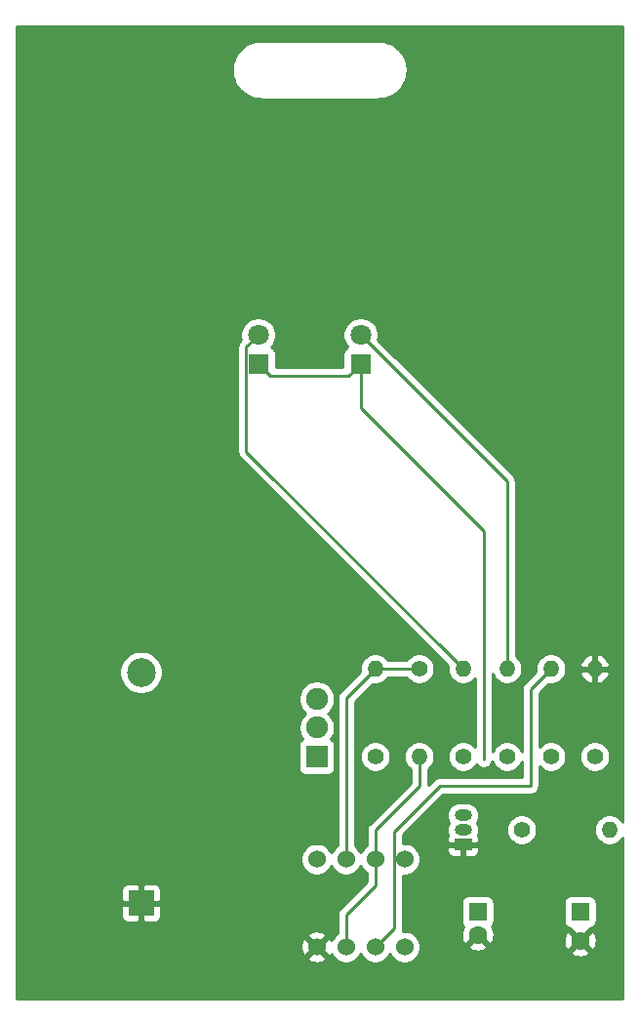
<source format=gbl>
%TF.GenerationSoftware,KiCad,Pcbnew,5.1.10-88a1d61d58~90~ubuntu20.04.1*%
%TF.CreationDate,2021-11-21T06:34:40+05:30*%
%TF.ProjectId,555_badge,3535355f-6261-4646-9765-2e6b69636164,rev?*%
%TF.SameCoordinates,Original*%
%TF.FileFunction,Copper,L2,Bot*%
%TF.FilePolarity,Positive*%
%FSLAX46Y46*%
G04 Gerber Fmt 4.6, Leading zero omitted, Abs format (unit mm)*
G04 Created by KiCad (PCBNEW 5.1.10-88a1d61d58~90~ubuntu20.04.1) date 2021-11-21 06:34:40*
%MOMM*%
%LPD*%
G01*
G04 APERTURE LIST*
%TA.AperFunction,ComponentPad*%
%ADD10R,2.170000X2.170000*%
%TD*%
%TA.AperFunction,ComponentPad*%
%ADD11C,2.500000*%
%TD*%
%TA.AperFunction,ComponentPad*%
%ADD12C,1.600000*%
%TD*%
%TA.AperFunction,ComponentPad*%
%ADD13R,1.600000X1.600000*%
%TD*%
%TA.AperFunction,ComponentPad*%
%ADD14R,1.800000X1.800000*%
%TD*%
%TA.AperFunction,ComponentPad*%
%ADD15C,1.800000*%
%TD*%
%TA.AperFunction,ComponentPad*%
%ADD16O,1.500000X1.000000*%
%TD*%
%TA.AperFunction,ComponentPad*%
%ADD17R,1.500000X1.000000*%
%TD*%
%TA.AperFunction,ComponentPad*%
%ADD18C,1.400000*%
%TD*%
%TA.AperFunction,ComponentPad*%
%ADD19O,1.400000X1.400000*%
%TD*%
%TA.AperFunction,ComponentPad*%
%ADD20R,1.900000X1.900000*%
%TD*%
%TA.AperFunction,ComponentPad*%
%ADD21C,1.900000*%
%TD*%
%TA.AperFunction,ComponentPad*%
%ADD22C,1.524000*%
%TD*%
%TA.AperFunction,ViaPad*%
%ADD23C,0.019355*%
%TD*%
%TA.AperFunction,Conductor*%
%ADD24C,0.254000*%
%TD*%
%TA.AperFunction,Conductor*%
%ADD25C,0.100000*%
%TD*%
G04 APERTURE END LIST*
D10*
%TO.P,BAT1,Neg*%
%TO.N,GND*%
X138430000Y-118110000D03*
D11*
%TO.P,BAT1,Pos*%
%TO.N,Net-(BAT1-PadPos)*%
X138430000Y-98110000D03*
%TD*%
D12*
%TO.P,C1,2*%
%TO.N,GND*%
X167640000Y-120872000D03*
D13*
%TO.P,C1,1*%
%TO.N,Net-(C1-Pad1)*%
X167640000Y-118872000D03*
%TD*%
D12*
%TO.P,C2,2*%
%TO.N,GND*%
X176530000Y-121372000D03*
D13*
%TO.P,C2,1*%
%TO.N,Net-(C2-Pad1)*%
X176530000Y-118872000D03*
%TD*%
D14*
%TO.P,D1,1*%
%TO.N,Net-(D1-Pad1)*%
X157480000Y-71374000D03*
D15*
%TO.P,D1,2*%
%TO.N,Net-(D1-Pad2)*%
X157480000Y-68834000D03*
%TD*%
%TO.P,D2,2*%
%TO.N,Net-(D2-Pad2)*%
X148590000Y-68834000D03*
D14*
%TO.P,D2,1*%
%TO.N,Net-(D1-Pad1)*%
X148590000Y-71374000D03*
%TD*%
D16*
%TO.P,Q1,2*%
%TO.N,Net-(Q1-Pad2)*%
X166370000Y-111760000D03*
%TO.P,Q1,3*%
%TO.N,Net-(D1-Pad1)*%
X166370000Y-110490000D03*
D17*
%TO.P,Q1,1*%
%TO.N,GND*%
X166370000Y-113030000D03*
%TD*%
D18*
%TO.P,R1,1*%
%TO.N,VCC*%
X158750000Y-105410000D03*
D19*
%TO.P,R1,2*%
%TO.N,Net-(R1-Pad2)*%
X158750000Y-97790000D03*
%TD*%
D18*
%TO.P,R2,1*%
%TO.N,Net-(R1-Pad2)*%
X162560000Y-97790000D03*
D19*
%TO.P,R2,2*%
%TO.N,Net-(C1-Pad1)*%
X162560000Y-105410000D03*
%TD*%
%TO.P,R3,2*%
%TO.N,Net-(R3-Pad2)*%
X173990000Y-97790000D03*
D18*
%TO.P,R3,1*%
%TO.N,Net-(C2-Pad1)*%
X173990000Y-105410000D03*
%TD*%
D19*
%TO.P,R4,2*%
%TO.N,GND*%
X177800000Y-97790000D03*
D18*
%TO.P,R4,1*%
%TO.N,Net-(C2-Pad1)*%
X177800000Y-105410000D03*
%TD*%
%TO.P,R5,1*%
%TO.N,Net-(Q1-Pad2)*%
X171450000Y-111760000D03*
D19*
%TO.P,R5,2*%
%TO.N,Net-(C2-Pad1)*%
X179070000Y-111760000D03*
%TD*%
%TO.P,R6,2*%
%TO.N,Net-(D1-Pad2)*%
X170180000Y-97790000D03*
D18*
%TO.P,R6,1*%
%TO.N,VCC*%
X170180000Y-105410000D03*
%TD*%
%TO.P,R7,1*%
%TO.N,VCC*%
X166370000Y-105410000D03*
D19*
%TO.P,R7,2*%
%TO.N,Net-(D2-Pad2)*%
X166370000Y-97790000D03*
%TD*%
D20*
%TO.P,S1,1*%
%TO.N,Net-(S1-Pad1)*%
X153670000Y-105410000D03*
D21*
%TO.P,S1,2*%
%TO.N,VCC*%
X153670000Y-102910000D03*
%TO.P,S1,3*%
%TO.N,Net-(BAT1-PadPos)*%
X153670000Y-100410000D03*
%TD*%
D22*
%TO.P,U1,8*%
%TO.N,VCC*%
X153670000Y-114300000D03*
%TO.P,U1,7*%
%TO.N,Net-(R1-Pad2)*%
X156210000Y-114300000D03*
%TO.P,U1,6*%
%TO.N,Net-(C1-Pad1)*%
X158750000Y-114300000D03*
%TO.P,U1,5*%
%TO.N,Net-(U1-Pad5)*%
X161290000Y-114300000D03*
%TO.P,U1,4*%
%TO.N,VCC*%
X161290000Y-121920000D03*
%TO.P,U1,3*%
%TO.N,Net-(R3-Pad2)*%
X158750000Y-121920000D03*
%TO.P,U1,2*%
%TO.N,Net-(C1-Pad1)*%
X156210000Y-121920000D03*
%TO.P,U1,1*%
%TO.N,GND*%
X153670000Y-121920000D03*
%TD*%
D23*
%TO.N,Net-(D1-Pad1)*%
X168148000Y-105664000D03*
%TD*%
D24*
%TO.N,Net-(C1-Pad1)*%
X156210000Y-121920000D02*
X156210000Y-119126000D01*
X158750000Y-116586000D02*
X158750000Y-114300000D01*
X156210000Y-119126000D02*
X158750000Y-116586000D01*
X162560000Y-107986489D02*
X162560000Y-105410000D01*
X158750000Y-111796489D02*
X162560000Y-107986489D01*
X158750000Y-114300000D02*
X158750000Y-111796489D01*
%TO.N,Net-(D1-Pad1)*%
X168148000Y-105664000D02*
X168148000Y-85852000D01*
X157480000Y-75184000D02*
X157480000Y-71374000D01*
X168148000Y-85852000D02*
X157480000Y-75184000D01*
X149623453Y-72407453D02*
X148590000Y-71374000D01*
X156446547Y-72407453D02*
X149623453Y-72407453D01*
X157480000Y-71374000D02*
X156446547Y-72407453D01*
%TO.N,Net-(D1-Pad2)*%
X170180000Y-81534000D02*
X170180000Y-97790000D01*
X157480000Y-68834000D02*
X170180000Y-81534000D01*
%TO.N,Net-(D2-Pad2)*%
X147556547Y-78976547D02*
X166370000Y-97790000D01*
X147556547Y-69867453D02*
X147556547Y-78976547D01*
X148590000Y-68834000D02*
X147556547Y-69867453D01*
%TO.N,Net-(R1-Pad2)*%
X156210000Y-100330000D02*
X158750000Y-97790000D01*
X156210000Y-114300000D02*
X156210000Y-100330000D01*
X162560000Y-97790000D02*
X158750000Y-97790000D01*
%TO.N,Net-(R3-Pad2)*%
X172212000Y-99568000D02*
X173990000Y-97790000D01*
X160394547Y-111893453D02*
X164338000Y-107950000D01*
X164338000Y-107950000D02*
X172212000Y-107950000D01*
X160394547Y-120275453D02*
X160394547Y-111893453D01*
X172212000Y-107950000D02*
X172212000Y-99568000D01*
X158750000Y-121920000D02*
X160394547Y-120275453D01*
%TD*%
%TO.N,GND*%
X180212679Y-111067204D02*
X180106962Y-110908987D01*
X179921013Y-110723038D01*
X179702359Y-110576939D01*
X179459405Y-110476304D01*
X179201486Y-110425000D01*
X178938514Y-110425000D01*
X178680595Y-110476304D01*
X178437641Y-110576939D01*
X178218987Y-110723038D01*
X178033038Y-110908987D01*
X177886939Y-111127641D01*
X177786304Y-111370595D01*
X177735000Y-111628514D01*
X177735000Y-111891486D01*
X177786304Y-112149405D01*
X177886939Y-112392359D01*
X178033038Y-112611013D01*
X178218987Y-112796962D01*
X178437641Y-112943061D01*
X178680595Y-113043696D01*
X178938514Y-113095000D01*
X179201486Y-113095000D01*
X179459405Y-113043696D01*
X179702359Y-112943061D01*
X179921013Y-112796962D01*
X180106962Y-112611013D01*
X180212679Y-112452796D01*
X180212679Y-126364678D01*
X127635322Y-126364678D01*
X127635322Y-122885565D01*
X152884040Y-122885565D01*
X152951020Y-123125656D01*
X153200048Y-123242756D01*
X153467135Y-123309023D01*
X153742017Y-123321910D01*
X154014133Y-123280922D01*
X154273023Y-123187636D01*
X154388980Y-123125656D01*
X154455960Y-122885565D01*
X153670000Y-122099605D01*
X152884040Y-122885565D01*
X127635322Y-122885565D01*
X127635322Y-121992017D01*
X152268090Y-121992017D01*
X152309078Y-122264133D01*
X152402364Y-122523023D01*
X152464344Y-122638980D01*
X152704435Y-122705960D01*
X153490395Y-121920000D01*
X152704435Y-121134040D01*
X152464344Y-121201020D01*
X152347244Y-121450048D01*
X152280977Y-121717135D01*
X152268090Y-121992017D01*
X127635322Y-121992017D01*
X127635322Y-120954435D01*
X152884040Y-120954435D01*
X153670000Y-121740395D01*
X154455960Y-120954435D01*
X154388980Y-120714344D01*
X154139952Y-120597244D01*
X153872865Y-120530977D01*
X153597983Y-120518090D01*
X153325867Y-120559078D01*
X153066977Y-120652364D01*
X152951020Y-120714344D01*
X152884040Y-120954435D01*
X127635322Y-120954435D01*
X127635322Y-119195000D01*
X136706928Y-119195000D01*
X136719188Y-119319482D01*
X136755498Y-119439180D01*
X136814463Y-119549494D01*
X136893815Y-119646185D01*
X136990506Y-119725537D01*
X137100820Y-119784502D01*
X137220518Y-119820812D01*
X137345000Y-119833072D01*
X138144250Y-119830000D01*
X138303000Y-119671250D01*
X138303000Y-118237000D01*
X138557000Y-118237000D01*
X138557000Y-119671250D01*
X138715750Y-119830000D01*
X139515000Y-119833072D01*
X139639482Y-119820812D01*
X139759180Y-119784502D01*
X139869494Y-119725537D01*
X139966185Y-119646185D01*
X140045537Y-119549494D01*
X140104502Y-119439180D01*
X140140812Y-119319482D01*
X140153072Y-119195000D01*
X140150000Y-118395750D01*
X139991250Y-118237000D01*
X138557000Y-118237000D01*
X138303000Y-118237000D01*
X136868750Y-118237000D01*
X136710000Y-118395750D01*
X136706928Y-119195000D01*
X127635322Y-119195000D01*
X127635322Y-117025000D01*
X136706928Y-117025000D01*
X136710000Y-117824250D01*
X136868750Y-117983000D01*
X138303000Y-117983000D01*
X138303000Y-116548750D01*
X138557000Y-116548750D01*
X138557000Y-117983000D01*
X139991250Y-117983000D01*
X140150000Y-117824250D01*
X140153072Y-117025000D01*
X140140812Y-116900518D01*
X140104502Y-116780820D01*
X140045537Y-116670506D01*
X139966185Y-116573815D01*
X139869494Y-116494463D01*
X139759180Y-116435498D01*
X139639482Y-116399188D01*
X139515000Y-116386928D01*
X138715750Y-116390000D01*
X138557000Y-116548750D01*
X138303000Y-116548750D01*
X138144250Y-116390000D01*
X137345000Y-116386928D01*
X137220518Y-116399188D01*
X137100820Y-116435498D01*
X136990506Y-116494463D01*
X136893815Y-116573815D01*
X136814463Y-116670506D01*
X136755498Y-116780820D01*
X136719188Y-116900518D01*
X136706928Y-117025000D01*
X127635322Y-117025000D01*
X127635322Y-104460000D01*
X152081928Y-104460000D01*
X152081928Y-106360000D01*
X152094188Y-106484482D01*
X152130498Y-106604180D01*
X152189463Y-106714494D01*
X152268815Y-106811185D01*
X152365506Y-106890537D01*
X152475820Y-106949502D01*
X152595518Y-106985812D01*
X152720000Y-106998072D01*
X154620000Y-106998072D01*
X154744482Y-106985812D01*
X154864180Y-106949502D01*
X154974494Y-106890537D01*
X155071185Y-106811185D01*
X155150537Y-106714494D01*
X155209502Y-106604180D01*
X155245812Y-106484482D01*
X155258072Y-106360000D01*
X155258072Y-104460000D01*
X155245812Y-104335518D01*
X155209502Y-104215820D01*
X155150537Y-104105506D01*
X155071185Y-104008815D01*
X154974494Y-103929463D01*
X154915979Y-103898186D01*
X155074609Y-103660779D01*
X155194089Y-103372327D01*
X155255000Y-103066109D01*
X155255000Y-102753891D01*
X155194089Y-102447673D01*
X155074609Y-102159221D01*
X154901150Y-101899621D01*
X154680379Y-101678850D01*
X154652168Y-101660000D01*
X154680379Y-101641150D01*
X154901150Y-101420379D01*
X155074609Y-101160779D01*
X155194089Y-100872327D01*
X155255000Y-100566109D01*
X155255000Y-100253891D01*
X155194089Y-99947673D01*
X155074609Y-99659221D01*
X154901150Y-99399621D01*
X154680379Y-99178850D01*
X154420779Y-99005391D01*
X154132327Y-98885911D01*
X153826109Y-98825000D01*
X153513891Y-98825000D01*
X153207673Y-98885911D01*
X152919221Y-99005391D01*
X152659621Y-99178850D01*
X152438850Y-99399621D01*
X152265391Y-99659221D01*
X152145911Y-99947673D01*
X152085000Y-100253891D01*
X152085000Y-100566109D01*
X152145911Y-100872327D01*
X152265391Y-101160779D01*
X152438850Y-101420379D01*
X152659621Y-101641150D01*
X152687832Y-101660000D01*
X152659621Y-101678850D01*
X152438850Y-101899621D01*
X152265391Y-102159221D01*
X152145911Y-102447673D01*
X152085000Y-102753891D01*
X152085000Y-103066109D01*
X152145911Y-103372327D01*
X152265391Y-103660779D01*
X152424021Y-103898186D01*
X152365506Y-103929463D01*
X152268815Y-104008815D01*
X152189463Y-104105506D01*
X152130498Y-104215820D01*
X152094188Y-104335518D01*
X152081928Y-104460000D01*
X127635322Y-104460000D01*
X127635322Y-97924344D01*
X136545000Y-97924344D01*
X136545000Y-98295656D01*
X136617439Y-98659834D01*
X136759534Y-99002882D01*
X136965825Y-99311618D01*
X137228382Y-99574175D01*
X137537118Y-99780466D01*
X137880166Y-99922561D01*
X138244344Y-99995000D01*
X138615656Y-99995000D01*
X138979834Y-99922561D01*
X139322882Y-99780466D01*
X139631618Y-99574175D01*
X139894175Y-99311618D01*
X140100466Y-99002882D01*
X140242561Y-98659834D01*
X140315000Y-98295656D01*
X140315000Y-97924344D01*
X140242561Y-97560166D01*
X140100466Y-97217118D01*
X139894175Y-96908382D01*
X139631618Y-96645825D01*
X139322882Y-96439534D01*
X138979834Y-96297439D01*
X138615656Y-96225000D01*
X138244344Y-96225000D01*
X137880166Y-96297439D01*
X137537118Y-96439534D01*
X137228382Y-96645825D01*
X136965825Y-96908382D01*
X136759534Y-97217118D01*
X136617439Y-97560166D01*
X136545000Y-97924344D01*
X127635322Y-97924344D01*
X127635322Y-69867453D01*
X146790861Y-69867453D01*
X146794547Y-69904876D01*
X146794548Y-78939114D01*
X146790861Y-78976547D01*
X146805574Y-79125925D01*
X146849146Y-79269562D01*
X146919902Y-79401939D01*
X146991268Y-79488898D01*
X147015126Y-79517969D01*
X147044196Y-79541826D01*
X165055886Y-97553517D01*
X165035000Y-97658514D01*
X165035000Y-97921486D01*
X165086304Y-98179405D01*
X165186939Y-98422359D01*
X165333038Y-98641013D01*
X165518987Y-98826962D01*
X165737641Y-98973061D01*
X165980595Y-99073696D01*
X166238514Y-99125000D01*
X166501486Y-99125000D01*
X166759405Y-99073696D01*
X167002359Y-98973061D01*
X167221013Y-98826962D01*
X167386000Y-98661975D01*
X167386000Y-104538025D01*
X167221013Y-104373038D01*
X167002359Y-104226939D01*
X166759405Y-104126304D01*
X166501486Y-104075000D01*
X166238514Y-104075000D01*
X165980595Y-104126304D01*
X165737641Y-104226939D01*
X165518987Y-104373038D01*
X165333038Y-104558987D01*
X165186939Y-104777641D01*
X165086304Y-105020595D01*
X165035000Y-105278514D01*
X165035000Y-105541486D01*
X165086304Y-105799405D01*
X165186939Y-106042359D01*
X165333038Y-106261013D01*
X165518987Y-106446962D01*
X165737641Y-106593061D01*
X165980595Y-106693696D01*
X166238514Y-106745000D01*
X166501486Y-106745000D01*
X166759405Y-106693696D01*
X167002359Y-106593061D01*
X167221013Y-106446962D01*
X167406962Y-106261013D01*
X167517022Y-106096296D01*
X167606578Y-106205422D01*
X167722608Y-106300645D01*
X167854985Y-106371402D01*
X167998622Y-106414974D01*
X168148000Y-106429686D01*
X168297377Y-106414974D01*
X168441014Y-106371402D01*
X168573391Y-106300645D01*
X168689422Y-106205422D01*
X168784645Y-106089392D01*
X168855402Y-105957015D01*
X168898974Y-105813378D01*
X168899573Y-105807297D01*
X168996939Y-106042359D01*
X169143038Y-106261013D01*
X169328987Y-106446962D01*
X169547641Y-106593061D01*
X169790595Y-106693696D01*
X170048514Y-106745000D01*
X170311486Y-106745000D01*
X170569405Y-106693696D01*
X170812359Y-106593061D01*
X171031013Y-106446962D01*
X171216962Y-106261013D01*
X171363061Y-106042359D01*
X171450000Y-105832469D01*
X171450000Y-107188000D01*
X164375423Y-107188000D01*
X164338000Y-107184314D01*
X164300577Y-107188000D01*
X164300574Y-107188000D01*
X164188622Y-107199026D01*
X164044985Y-107242598D01*
X163983364Y-107275535D01*
X163912607Y-107313355D01*
X163870219Y-107348143D01*
X163796578Y-107408578D01*
X163772716Y-107437654D01*
X163322000Y-107888370D01*
X163322000Y-106506438D01*
X163411013Y-106446962D01*
X163596962Y-106261013D01*
X163743061Y-106042359D01*
X163843696Y-105799405D01*
X163895000Y-105541486D01*
X163895000Y-105278514D01*
X163843696Y-105020595D01*
X163743061Y-104777641D01*
X163596962Y-104558987D01*
X163411013Y-104373038D01*
X163192359Y-104226939D01*
X162949405Y-104126304D01*
X162691486Y-104075000D01*
X162428514Y-104075000D01*
X162170595Y-104126304D01*
X161927641Y-104226939D01*
X161708987Y-104373038D01*
X161523038Y-104558987D01*
X161376939Y-104777641D01*
X161276304Y-105020595D01*
X161225000Y-105278514D01*
X161225000Y-105541486D01*
X161276304Y-105799405D01*
X161376939Y-106042359D01*
X161523038Y-106261013D01*
X161708987Y-106446962D01*
X161798001Y-106506439D01*
X161798000Y-107670859D01*
X158237649Y-111231210D01*
X158208579Y-111255067D01*
X158184722Y-111284137D01*
X158184721Y-111284138D01*
X158113355Y-111371097D01*
X158042599Y-111503474D01*
X157999027Y-111647111D01*
X157984314Y-111796489D01*
X157988001Y-111833922D01*
X157988000Y-113128995D01*
X157859465Y-113214880D01*
X157664880Y-113409465D01*
X157511995Y-113638273D01*
X157480000Y-113715515D01*
X157448005Y-113638273D01*
X157295120Y-113409465D01*
X157100535Y-113214880D01*
X156972000Y-113128995D01*
X156972000Y-105278514D01*
X157415000Y-105278514D01*
X157415000Y-105541486D01*
X157466304Y-105799405D01*
X157566939Y-106042359D01*
X157713038Y-106261013D01*
X157898987Y-106446962D01*
X158117641Y-106593061D01*
X158360595Y-106693696D01*
X158618514Y-106745000D01*
X158881486Y-106745000D01*
X159139405Y-106693696D01*
X159382359Y-106593061D01*
X159601013Y-106446962D01*
X159786962Y-106261013D01*
X159933061Y-106042359D01*
X160033696Y-105799405D01*
X160085000Y-105541486D01*
X160085000Y-105278514D01*
X160033696Y-105020595D01*
X159933061Y-104777641D01*
X159786962Y-104558987D01*
X159601013Y-104373038D01*
X159382359Y-104226939D01*
X159139405Y-104126304D01*
X158881486Y-104075000D01*
X158618514Y-104075000D01*
X158360595Y-104126304D01*
X158117641Y-104226939D01*
X157898987Y-104373038D01*
X157713038Y-104558987D01*
X157566939Y-104777641D01*
X157466304Y-105020595D01*
X157415000Y-105278514D01*
X156972000Y-105278514D01*
X156972000Y-100645630D01*
X158513516Y-99104114D01*
X158618514Y-99125000D01*
X158881486Y-99125000D01*
X159139405Y-99073696D01*
X159382359Y-98973061D01*
X159601013Y-98826962D01*
X159786962Y-98641013D01*
X159846438Y-98552000D01*
X161463562Y-98552000D01*
X161523038Y-98641013D01*
X161708987Y-98826962D01*
X161927641Y-98973061D01*
X162170595Y-99073696D01*
X162428514Y-99125000D01*
X162691486Y-99125000D01*
X162949405Y-99073696D01*
X163192359Y-98973061D01*
X163411013Y-98826962D01*
X163596962Y-98641013D01*
X163743061Y-98422359D01*
X163843696Y-98179405D01*
X163895000Y-97921486D01*
X163895000Y-97658514D01*
X163843696Y-97400595D01*
X163743061Y-97157641D01*
X163596962Y-96938987D01*
X163411013Y-96753038D01*
X163192359Y-96606939D01*
X162949405Y-96506304D01*
X162691486Y-96455000D01*
X162428514Y-96455000D01*
X162170595Y-96506304D01*
X161927641Y-96606939D01*
X161708987Y-96753038D01*
X161523038Y-96938987D01*
X161463562Y-97028000D01*
X159846438Y-97028000D01*
X159786962Y-96938987D01*
X159601013Y-96753038D01*
X159382359Y-96606939D01*
X159139405Y-96506304D01*
X158881486Y-96455000D01*
X158618514Y-96455000D01*
X158360595Y-96506304D01*
X158117641Y-96606939D01*
X157898987Y-96753038D01*
X157713038Y-96938987D01*
X157566939Y-97157641D01*
X157466304Y-97400595D01*
X157415000Y-97658514D01*
X157415000Y-97921486D01*
X157435886Y-98026484D01*
X155697649Y-99764721D01*
X155668579Y-99788578D01*
X155644722Y-99817648D01*
X155644721Y-99817649D01*
X155573355Y-99904608D01*
X155502599Y-100036985D01*
X155459027Y-100180622D01*
X155444314Y-100330000D01*
X155448001Y-100367433D01*
X155448000Y-113128995D01*
X155319465Y-113214880D01*
X155124880Y-113409465D01*
X154971995Y-113638273D01*
X154940000Y-113715515D01*
X154908005Y-113638273D01*
X154755120Y-113409465D01*
X154560535Y-113214880D01*
X154331727Y-113061995D01*
X154077490Y-112956686D01*
X153807592Y-112903000D01*
X153532408Y-112903000D01*
X153262510Y-112956686D01*
X153008273Y-113061995D01*
X152779465Y-113214880D01*
X152584880Y-113409465D01*
X152431995Y-113638273D01*
X152326686Y-113892510D01*
X152273000Y-114162408D01*
X152273000Y-114437592D01*
X152326686Y-114707490D01*
X152431995Y-114961727D01*
X152584880Y-115190535D01*
X152779465Y-115385120D01*
X153008273Y-115538005D01*
X153262510Y-115643314D01*
X153532408Y-115697000D01*
X153807592Y-115697000D01*
X154077490Y-115643314D01*
X154331727Y-115538005D01*
X154560535Y-115385120D01*
X154755120Y-115190535D01*
X154908005Y-114961727D01*
X154940000Y-114884485D01*
X154971995Y-114961727D01*
X155124880Y-115190535D01*
X155319465Y-115385120D01*
X155548273Y-115538005D01*
X155802510Y-115643314D01*
X156072408Y-115697000D01*
X156347592Y-115697000D01*
X156617490Y-115643314D01*
X156871727Y-115538005D01*
X157100535Y-115385120D01*
X157295120Y-115190535D01*
X157448005Y-114961727D01*
X157480000Y-114884485D01*
X157511995Y-114961727D01*
X157664880Y-115190535D01*
X157859465Y-115385120D01*
X157988000Y-115471005D01*
X157988000Y-116270369D01*
X155697649Y-118560721D01*
X155668579Y-118584578D01*
X155644722Y-118613648D01*
X155644721Y-118613649D01*
X155573355Y-118700608D01*
X155502599Y-118832985D01*
X155459027Y-118976622D01*
X155444314Y-119126000D01*
X155448001Y-119163433D01*
X155448000Y-120748995D01*
X155319465Y-120834880D01*
X155124880Y-121029465D01*
X154971995Y-121258273D01*
X154942308Y-121329943D01*
X154937636Y-121316977D01*
X154875656Y-121201020D01*
X154635565Y-121134040D01*
X153849605Y-121920000D01*
X154635565Y-122705960D01*
X154875656Y-122638980D01*
X154939485Y-122503240D01*
X154971995Y-122581727D01*
X155124880Y-122810535D01*
X155319465Y-123005120D01*
X155548273Y-123158005D01*
X155802510Y-123263314D01*
X156072408Y-123317000D01*
X156347592Y-123317000D01*
X156617490Y-123263314D01*
X156871727Y-123158005D01*
X157100535Y-123005120D01*
X157295120Y-122810535D01*
X157448005Y-122581727D01*
X157480000Y-122504485D01*
X157511995Y-122581727D01*
X157664880Y-122810535D01*
X157859465Y-123005120D01*
X158088273Y-123158005D01*
X158342510Y-123263314D01*
X158612408Y-123317000D01*
X158887592Y-123317000D01*
X159157490Y-123263314D01*
X159411727Y-123158005D01*
X159640535Y-123005120D01*
X159835120Y-122810535D01*
X159988005Y-122581727D01*
X160020000Y-122504485D01*
X160051995Y-122581727D01*
X160204880Y-122810535D01*
X160399465Y-123005120D01*
X160628273Y-123158005D01*
X160882510Y-123263314D01*
X161152408Y-123317000D01*
X161427592Y-123317000D01*
X161697490Y-123263314D01*
X161951727Y-123158005D01*
X162180535Y-123005120D01*
X162375120Y-122810535D01*
X162528005Y-122581727D01*
X162617900Y-122364702D01*
X175716903Y-122364702D01*
X175788486Y-122608671D01*
X176043996Y-122729571D01*
X176318184Y-122798300D01*
X176600512Y-122812217D01*
X176880130Y-122770787D01*
X177146292Y-122675603D01*
X177271514Y-122608671D01*
X177343097Y-122364702D01*
X176530000Y-121551605D01*
X175716903Y-122364702D01*
X162617900Y-122364702D01*
X162633314Y-122327490D01*
X162687000Y-122057592D01*
X162687000Y-121864702D01*
X166826903Y-121864702D01*
X166898486Y-122108671D01*
X167153996Y-122229571D01*
X167428184Y-122298300D01*
X167710512Y-122312217D01*
X167990130Y-122270787D01*
X168256292Y-122175603D01*
X168381514Y-122108671D01*
X168453097Y-121864702D01*
X167640000Y-121051605D01*
X166826903Y-121864702D01*
X162687000Y-121864702D01*
X162687000Y-121782408D01*
X162633314Y-121512510D01*
X162528005Y-121258273D01*
X162375120Y-121029465D01*
X162288167Y-120942512D01*
X166199783Y-120942512D01*
X166241213Y-121222130D01*
X166336397Y-121488292D01*
X166403329Y-121613514D01*
X166647298Y-121685097D01*
X167460395Y-120872000D01*
X167446253Y-120857858D01*
X167625858Y-120678253D01*
X167640000Y-120692395D01*
X167654143Y-120678253D01*
X167833748Y-120857858D01*
X167819605Y-120872000D01*
X168632702Y-121685097D01*
X168876671Y-121613514D01*
X168957584Y-121442512D01*
X175089783Y-121442512D01*
X175131213Y-121722130D01*
X175226397Y-121988292D01*
X175293329Y-122113514D01*
X175537298Y-122185097D01*
X176350395Y-121372000D01*
X176709605Y-121372000D01*
X177522702Y-122185097D01*
X177766671Y-122113514D01*
X177887571Y-121858004D01*
X177956300Y-121583816D01*
X177970217Y-121301488D01*
X177928787Y-121021870D01*
X177833603Y-120755708D01*
X177766671Y-120630486D01*
X177522702Y-120558903D01*
X176709605Y-121372000D01*
X176350395Y-121372000D01*
X175537298Y-120558903D01*
X175293329Y-120630486D01*
X175172429Y-120885996D01*
X175103700Y-121160184D01*
X175089783Y-121442512D01*
X168957584Y-121442512D01*
X168997571Y-121358004D01*
X169066300Y-121083816D01*
X169080217Y-120801488D01*
X169038787Y-120521870D01*
X168943603Y-120255708D01*
X168878384Y-120133691D01*
X168891185Y-120123185D01*
X168970537Y-120026494D01*
X169029502Y-119916180D01*
X169065812Y-119796482D01*
X169078072Y-119672000D01*
X169078072Y-118072000D01*
X175091928Y-118072000D01*
X175091928Y-119672000D01*
X175104188Y-119796482D01*
X175140498Y-119916180D01*
X175199463Y-120026494D01*
X175278815Y-120123185D01*
X175375506Y-120202537D01*
X175485820Y-120261502D01*
X175605518Y-120297812D01*
X175730000Y-120310072D01*
X175737215Y-120310072D01*
X175716903Y-120379298D01*
X176530000Y-121192395D01*
X177343097Y-120379298D01*
X177322785Y-120310072D01*
X177330000Y-120310072D01*
X177454482Y-120297812D01*
X177574180Y-120261502D01*
X177684494Y-120202537D01*
X177781185Y-120123185D01*
X177860537Y-120026494D01*
X177919502Y-119916180D01*
X177955812Y-119796482D01*
X177968072Y-119672000D01*
X177968072Y-118072000D01*
X177955812Y-117947518D01*
X177919502Y-117827820D01*
X177860537Y-117717506D01*
X177781185Y-117620815D01*
X177684494Y-117541463D01*
X177574180Y-117482498D01*
X177454482Y-117446188D01*
X177330000Y-117433928D01*
X175730000Y-117433928D01*
X175605518Y-117446188D01*
X175485820Y-117482498D01*
X175375506Y-117541463D01*
X175278815Y-117620815D01*
X175199463Y-117717506D01*
X175140498Y-117827820D01*
X175104188Y-117947518D01*
X175091928Y-118072000D01*
X169078072Y-118072000D01*
X169065812Y-117947518D01*
X169029502Y-117827820D01*
X168970537Y-117717506D01*
X168891185Y-117620815D01*
X168794494Y-117541463D01*
X168684180Y-117482498D01*
X168564482Y-117446188D01*
X168440000Y-117433928D01*
X166840000Y-117433928D01*
X166715518Y-117446188D01*
X166595820Y-117482498D01*
X166485506Y-117541463D01*
X166388815Y-117620815D01*
X166309463Y-117717506D01*
X166250498Y-117827820D01*
X166214188Y-117947518D01*
X166201928Y-118072000D01*
X166201928Y-119672000D01*
X166214188Y-119796482D01*
X166250498Y-119916180D01*
X166309463Y-120026494D01*
X166388815Y-120123185D01*
X166401758Y-120133807D01*
X166282429Y-120385996D01*
X166213700Y-120660184D01*
X166199783Y-120942512D01*
X162288167Y-120942512D01*
X162180535Y-120834880D01*
X161951727Y-120681995D01*
X161697490Y-120576686D01*
X161427592Y-120523000D01*
X161152408Y-120523000D01*
X161113387Y-120530762D01*
X161145521Y-120424831D01*
X161156547Y-120312879D01*
X161156547Y-120312876D01*
X161160233Y-120275453D01*
X161156547Y-120238030D01*
X161156547Y-115697000D01*
X161427592Y-115697000D01*
X161697490Y-115643314D01*
X161951727Y-115538005D01*
X162180535Y-115385120D01*
X162375120Y-115190535D01*
X162528005Y-114961727D01*
X162633314Y-114707490D01*
X162687000Y-114437592D01*
X162687000Y-114162408D01*
X162633314Y-113892510D01*
X162528005Y-113638273D01*
X162455660Y-113530000D01*
X164981928Y-113530000D01*
X164994188Y-113654482D01*
X165030498Y-113774180D01*
X165089463Y-113884494D01*
X165168815Y-113981185D01*
X165265506Y-114060537D01*
X165375820Y-114119502D01*
X165495518Y-114155812D01*
X165620000Y-114168072D01*
X166084250Y-114165000D01*
X166243000Y-114006250D01*
X166243000Y-113157000D01*
X166497000Y-113157000D01*
X166497000Y-114006250D01*
X166655750Y-114165000D01*
X167120000Y-114168072D01*
X167244482Y-114155812D01*
X167364180Y-114119502D01*
X167474494Y-114060537D01*
X167571185Y-113981185D01*
X167650537Y-113884494D01*
X167709502Y-113774180D01*
X167745812Y-113654482D01*
X167758072Y-113530000D01*
X167755000Y-113315750D01*
X167596250Y-113157000D01*
X166497000Y-113157000D01*
X166243000Y-113157000D01*
X165143750Y-113157000D01*
X164985000Y-113315750D01*
X164981928Y-113530000D01*
X162455660Y-113530000D01*
X162375120Y-113409465D01*
X162180535Y-113214880D01*
X161951727Y-113061995D01*
X161697490Y-112956686D01*
X161427592Y-112903000D01*
X161156547Y-112903000D01*
X161156547Y-112209083D01*
X162875630Y-110490000D01*
X164979509Y-110490000D01*
X165001423Y-110712499D01*
X165066324Y-110926447D01*
X165171716Y-111123623D01*
X165172846Y-111125000D01*
X165171716Y-111126377D01*
X165066324Y-111323553D01*
X165001423Y-111537501D01*
X164979509Y-111760000D01*
X165001423Y-111982499D01*
X165066324Y-112196447D01*
X165072297Y-112207621D01*
X165030498Y-112285820D01*
X164994188Y-112405518D01*
X164981928Y-112530000D01*
X164985000Y-112744250D01*
X165143750Y-112903000D01*
X166243000Y-112903000D01*
X166243000Y-112895000D01*
X166497000Y-112895000D01*
X166497000Y-112903000D01*
X167596250Y-112903000D01*
X167755000Y-112744250D01*
X167758072Y-112530000D01*
X167745812Y-112405518D01*
X167709502Y-112285820D01*
X167667703Y-112207621D01*
X167673676Y-112196447D01*
X167738577Y-111982499D01*
X167760491Y-111760000D01*
X167747541Y-111628514D01*
X170115000Y-111628514D01*
X170115000Y-111891486D01*
X170166304Y-112149405D01*
X170266939Y-112392359D01*
X170413038Y-112611013D01*
X170598987Y-112796962D01*
X170817641Y-112943061D01*
X171060595Y-113043696D01*
X171318514Y-113095000D01*
X171581486Y-113095000D01*
X171839405Y-113043696D01*
X172082359Y-112943061D01*
X172301013Y-112796962D01*
X172486962Y-112611013D01*
X172633061Y-112392359D01*
X172733696Y-112149405D01*
X172785000Y-111891486D01*
X172785000Y-111628514D01*
X172733696Y-111370595D01*
X172633061Y-111127641D01*
X172486962Y-110908987D01*
X172301013Y-110723038D01*
X172082359Y-110576939D01*
X171839405Y-110476304D01*
X171581486Y-110425000D01*
X171318514Y-110425000D01*
X171060595Y-110476304D01*
X170817641Y-110576939D01*
X170598987Y-110723038D01*
X170413038Y-110908987D01*
X170266939Y-111127641D01*
X170166304Y-111370595D01*
X170115000Y-111628514D01*
X167747541Y-111628514D01*
X167738577Y-111537501D01*
X167673676Y-111323553D01*
X167568284Y-111126377D01*
X167567154Y-111125000D01*
X167568284Y-111123623D01*
X167673676Y-110926447D01*
X167738577Y-110712499D01*
X167760491Y-110490000D01*
X167738577Y-110267501D01*
X167673676Y-110053553D01*
X167568284Y-109856377D01*
X167426449Y-109683551D01*
X167253623Y-109541716D01*
X167056447Y-109436324D01*
X166842499Y-109371423D01*
X166675752Y-109355000D01*
X166064248Y-109355000D01*
X165897501Y-109371423D01*
X165683553Y-109436324D01*
X165486377Y-109541716D01*
X165313551Y-109683551D01*
X165171716Y-109856377D01*
X165066324Y-110053553D01*
X165001423Y-110267501D01*
X164979509Y-110490000D01*
X162875630Y-110490000D01*
X164653630Y-108712000D01*
X172174574Y-108712000D01*
X172212000Y-108715686D01*
X172249425Y-108712000D01*
X172249426Y-108712000D01*
X172361378Y-108700974D01*
X172505015Y-108657402D01*
X172637392Y-108586645D01*
X172753422Y-108491422D01*
X172848645Y-108375392D01*
X172919402Y-108243015D01*
X172962974Y-108099378D01*
X172977686Y-107950000D01*
X172974000Y-107912574D01*
X172974000Y-106281975D01*
X173138987Y-106446962D01*
X173357641Y-106593061D01*
X173600595Y-106693696D01*
X173858514Y-106745000D01*
X174121486Y-106745000D01*
X174379405Y-106693696D01*
X174622359Y-106593061D01*
X174841013Y-106446962D01*
X175026962Y-106261013D01*
X175173061Y-106042359D01*
X175273696Y-105799405D01*
X175325000Y-105541486D01*
X175325000Y-105278514D01*
X176465000Y-105278514D01*
X176465000Y-105541486D01*
X176516304Y-105799405D01*
X176616939Y-106042359D01*
X176763038Y-106261013D01*
X176948987Y-106446962D01*
X177167641Y-106593061D01*
X177410595Y-106693696D01*
X177668514Y-106745000D01*
X177931486Y-106745000D01*
X178189405Y-106693696D01*
X178432359Y-106593061D01*
X178651013Y-106446962D01*
X178836962Y-106261013D01*
X178983061Y-106042359D01*
X179083696Y-105799405D01*
X179135000Y-105541486D01*
X179135000Y-105278514D01*
X179083696Y-105020595D01*
X178983061Y-104777641D01*
X178836962Y-104558987D01*
X178651013Y-104373038D01*
X178432359Y-104226939D01*
X178189405Y-104126304D01*
X177931486Y-104075000D01*
X177668514Y-104075000D01*
X177410595Y-104126304D01*
X177167641Y-104226939D01*
X176948987Y-104373038D01*
X176763038Y-104558987D01*
X176616939Y-104777641D01*
X176516304Y-105020595D01*
X176465000Y-105278514D01*
X175325000Y-105278514D01*
X175273696Y-105020595D01*
X175173061Y-104777641D01*
X175026962Y-104558987D01*
X174841013Y-104373038D01*
X174622359Y-104226939D01*
X174379405Y-104126304D01*
X174121486Y-104075000D01*
X173858514Y-104075000D01*
X173600595Y-104126304D01*
X173357641Y-104226939D01*
X173138987Y-104373038D01*
X172974000Y-104538025D01*
X172974000Y-99883630D01*
X173753516Y-99104114D01*
X173858514Y-99125000D01*
X174121486Y-99125000D01*
X174379405Y-99073696D01*
X174622359Y-98973061D01*
X174841013Y-98826962D01*
X175026962Y-98641013D01*
X175173061Y-98422359D01*
X175273696Y-98179405D01*
X175284850Y-98123330D01*
X176507278Y-98123330D01*
X176597147Y-98369123D01*
X176733241Y-98592660D01*
X176910330Y-98785351D01*
X177121608Y-98939792D01*
X177358956Y-99050047D01*
X177466671Y-99082716D01*
X177673000Y-98959374D01*
X177673000Y-97917000D01*
X177927000Y-97917000D01*
X177927000Y-98959374D01*
X178133329Y-99082716D01*
X178241044Y-99050047D01*
X178478392Y-98939792D01*
X178689670Y-98785351D01*
X178866759Y-98592660D01*
X179002853Y-98369123D01*
X179092722Y-98123330D01*
X178970201Y-97917000D01*
X177927000Y-97917000D01*
X177673000Y-97917000D01*
X176629799Y-97917000D01*
X176507278Y-98123330D01*
X175284850Y-98123330D01*
X175325000Y-97921486D01*
X175325000Y-97658514D01*
X175284851Y-97456670D01*
X176507278Y-97456670D01*
X176629799Y-97663000D01*
X177673000Y-97663000D01*
X177673000Y-96620626D01*
X177927000Y-96620626D01*
X177927000Y-97663000D01*
X178970201Y-97663000D01*
X179092722Y-97456670D01*
X179002853Y-97210877D01*
X178866759Y-96987340D01*
X178689670Y-96794649D01*
X178478392Y-96640208D01*
X178241044Y-96529953D01*
X178133329Y-96497284D01*
X177927000Y-96620626D01*
X177673000Y-96620626D01*
X177466671Y-96497284D01*
X177358956Y-96529953D01*
X177121608Y-96640208D01*
X176910330Y-96794649D01*
X176733241Y-96987340D01*
X176597147Y-97210877D01*
X176507278Y-97456670D01*
X175284851Y-97456670D01*
X175273696Y-97400595D01*
X175173061Y-97157641D01*
X175026962Y-96938987D01*
X174841013Y-96753038D01*
X174622359Y-96606939D01*
X174379405Y-96506304D01*
X174121486Y-96455000D01*
X173858514Y-96455000D01*
X173600595Y-96506304D01*
X173357641Y-96606939D01*
X173138987Y-96753038D01*
X172953038Y-96938987D01*
X172806939Y-97157641D01*
X172706304Y-97400595D01*
X172655000Y-97658514D01*
X172655000Y-97921486D01*
X172675886Y-98026484D01*
X171699649Y-99002721D01*
X171670579Y-99026578D01*
X171646722Y-99055648D01*
X171646721Y-99055649D01*
X171575355Y-99142608D01*
X171504599Y-99274985D01*
X171461027Y-99418622D01*
X171446314Y-99568000D01*
X171450001Y-99605433D01*
X171450000Y-104987530D01*
X171363061Y-104777641D01*
X171216962Y-104558987D01*
X171031013Y-104373038D01*
X170812359Y-104226939D01*
X170569405Y-104126304D01*
X170311486Y-104075000D01*
X170048514Y-104075000D01*
X169790595Y-104126304D01*
X169547641Y-104226939D01*
X169328987Y-104373038D01*
X169143038Y-104558987D01*
X168996939Y-104777641D01*
X168910000Y-104987530D01*
X168910000Y-98212470D01*
X168996939Y-98422359D01*
X169143038Y-98641013D01*
X169328987Y-98826962D01*
X169547641Y-98973061D01*
X169790595Y-99073696D01*
X170048514Y-99125000D01*
X170311486Y-99125000D01*
X170569405Y-99073696D01*
X170812359Y-98973061D01*
X171031013Y-98826962D01*
X171216962Y-98641013D01*
X171363061Y-98422359D01*
X171463696Y-98179405D01*
X171515000Y-97921486D01*
X171515000Y-97658514D01*
X171463696Y-97400595D01*
X171363061Y-97157641D01*
X171216962Y-96938987D01*
X171031013Y-96753038D01*
X170942000Y-96693562D01*
X170942000Y-81571422D01*
X170945686Y-81533999D01*
X170942000Y-81496574D01*
X170930974Y-81384622D01*
X170887402Y-81240985D01*
X170816645Y-81108608D01*
X170721422Y-80992578D01*
X170692353Y-80968722D01*
X158964201Y-69240571D01*
X159015000Y-68985184D01*
X159015000Y-68682816D01*
X158956011Y-68386257D01*
X158840299Y-68106905D01*
X158672312Y-67855495D01*
X158458505Y-67641688D01*
X158207095Y-67473701D01*
X157927743Y-67357989D01*
X157631184Y-67299000D01*
X157328816Y-67299000D01*
X157032257Y-67357989D01*
X156752905Y-67473701D01*
X156501495Y-67641688D01*
X156287688Y-67855495D01*
X156119701Y-68106905D01*
X156003989Y-68386257D01*
X155945000Y-68682816D01*
X155945000Y-68985184D01*
X156003989Y-69281743D01*
X156119701Y-69561095D01*
X156287688Y-69812505D01*
X156354127Y-69878944D01*
X156335820Y-69884498D01*
X156225506Y-69943463D01*
X156128815Y-70022815D01*
X156049463Y-70119506D01*
X155990498Y-70229820D01*
X155954188Y-70349518D01*
X155941928Y-70474000D01*
X155941928Y-71645453D01*
X150128072Y-71645453D01*
X150128072Y-70474000D01*
X150115812Y-70349518D01*
X150079502Y-70229820D01*
X150020537Y-70119506D01*
X149941185Y-70022815D01*
X149844494Y-69943463D01*
X149734180Y-69884498D01*
X149715873Y-69878944D01*
X149782312Y-69812505D01*
X149950299Y-69561095D01*
X150066011Y-69281743D01*
X150125000Y-68985184D01*
X150125000Y-68682816D01*
X150066011Y-68386257D01*
X149950299Y-68106905D01*
X149782312Y-67855495D01*
X149568505Y-67641688D01*
X149317095Y-67473701D01*
X149037743Y-67357989D01*
X148741184Y-67299000D01*
X148438816Y-67299000D01*
X148142257Y-67357989D01*
X147862905Y-67473701D01*
X147611495Y-67641688D01*
X147397688Y-67855495D01*
X147229701Y-68106905D01*
X147113989Y-68386257D01*
X147055000Y-68682816D01*
X147055000Y-68985184D01*
X147105799Y-69240571D01*
X147044201Y-69302169D01*
X147015125Y-69326031D01*
X146959530Y-69393775D01*
X146919902Y-69442061D01*
X146882082Y-69512818D01*
X146849145Y-69574439D01*
X146805573Y-69718076D01*
X146796273Y-69812505D01*
X146790861Y-69867453D01*
X127635322Y-69867453D01*
X127635322Y-45802717D01*
X146306339Y-45802717D01*
X146306741Y-45860266D01*
X146306339Y-45917881D01*
X146307204Y-45926709D01*
X146346067Y-46296463D01*
X146357643Y-46352854D01*
X146368436Y-46409432D01*
X146371000Y-46417923D01*
X146480942Y-46773087D01*
X146503239Y-46826129D01*
X146524826Y-46879559D01*
X146528991Y-46887391D01*
X146705822Y-47214436D01*
X146738018Y-47262168D01*
X146769553Y-47310358D01*
X146775159Y-47317232D01*
X147012148Y-47603702D01*
X147053005Y-47644274D01*
X147093295Y-47685417D01*
X147100129Y-47691071D01*
X147388246Y-47926054D01*
X147436208Y-47957920D01*
X147483721Y-47990452D01*
X147491524Y-47994671D01*
X147819796Y-48169216D01*
X147872988Y-48191140D01*
X147925958Y-48213843D01*
X147934432Y-48216466D01*
X148290355Y-48323926D01*
X148346816Y-48335105D01*
X148403166Y-48347083D01*
X148411988Y-48348010D01*
X148782004Y-48384290D01*
X148782007Y-48384290D01*
X148812790Y-48387322D01*
X159035210Y-48387322D01*
X159067882Y-48384104D01*
X159092595Y-48384104D01*
X159101416Y-48383177D01*
X159470890Y-48341734D01*
X159527228Y-48329759D01*
X159583700Y-48318577D01*
X159592174Y-48315954D01*
X159946561Y-48203536D01*
X159999469Y-48180860D01*
X160052725Y-48158909D01*
X160060528Y-48154690D01*
X160386331Y-47975578D01*
X160433848Y-47943042D01*
X160481804Y-47911180D01*
X160488639Y-47905526D01*
X160773447Y-47666544D01*
X160813739Y-47625399D01*
X160854594Y-47584828D01*
X160860195Y-47577960D01*
X160860200Y-47577955D01*
X160860204Y-47577950D01*
X161093166Y-47288204D01*
X161124697Y-47240019D01*
X161156896Y-47192282D01*
X161161061Y-47184450D01*
X161333309Y-46854968D01*
X161354857Y-46801636D01*
X161377195Y-46748495D01*
X161379758Y-46740003D01*
X161484730Y-46383338D01*
X161495518Y-46326784D01*
X161507098Y-46270371D01*
X161507964Y-46261543D01*
X161541661Y-45891283D01*
X161541259Y-45833734D01*
X161541661Y-45776119D01*
X161540796Y-45767292D01*
X161501933Y-45397537D01*
X161490352Y-45341120D01*
X161479564Y-45284568D01*
X161477000Y-45276076D01*
X161367058Y-44920913D01*
X161344756Y-44867859D01*
X161323174Y-44814441D01*
X161319009Y-44806609D01*
X161319009Y-44806608D01*
X161319006Y-44806604D01*
X161142177Y-44479564D01*
X161109999Y-44431858D01*
X161078447Y-44383642D01*
X161072840Y-44376768D01*
X160835852Y-44090298D01*
X160794995Y-44049726D01*
X160754705Y-44008583D01*
X160747871Y-44002929D01*
X160459754Y-43767946D01*
X160411792Y-43736080D01*
X160364279Y-43703548D01*
X160356476Y-43699329D01*
X160028204Y-43524784D01*
X159974986Y-43502849D01*
X159922041Y-43480157D01*
X159913568Y-43477534D01*
X159557645Y-43370074D01*
X159501201Y-43358898D01*
X159444833Y-43346917D01*
X159436012Y-43345990D01*
X159065996Y-43309710D01*
X159065993Y-43309710D01*
X159035210Y-43306678D01*
X148812790Y-43306678D01*
X148780118Y-43309896D01*
X148755405Y-43309896D01*
X148746584Y-43310823D01*
X148377110Y-43352266D01*
X148320780Y-43364240D01*
X148264299Y-43375423D01*
X148255826Y-43378046D01*
X147901439Y-43490464D01*
X147848512Y-43513149D01*
X147795274Y-43535092D01*
X147787472Y-43539310D01*
X147461669Y-43718422D01*
X147414167Y-43750948D01*
X147366196Y-43782820D01*
X147359361Y-43788474D01*
X147074553Y-44027456D01*
X147034261Y-44068601D01*
X146993406Y-44109172D01*
X146987799Y-44116046D01*
X146754834Y-44405797D01*
X146723314Y-44453964D01*
X146691104Y-44501718D01*
X146686939Y-44509550D01*
X146514690Y-44839032D01*
X146493109Y-44892446D01*
X146470806Y-44945505D01*
X146468242Y-44953996D01*
X146363270Y-45310662D01*
X146352488Y-45367185D01*
X146340901Y-45423629D01*
X146340036Y-45432457D01*
X146306339Y-45802717D01*
X127635322Y-45802717D01*
X127635322Y-42037322D01*
X180212678Y-42037322D01*
X180212679Y-111067204D01*
%TA.AperFunction,Conductor*%
D25*
G36*
X180212679Y-111067204D02*
G01*
X180106962Y-110908987D01*
X179921013Y-110723038D01*
X179702359Y-110576939D01*
X179459405Y-110476304D01*
X179201486Y-110425000D01*
X178938514Y-110425000D01*
X178680595Y-110476304D01*
X178437641Y-110576939D01*
X178218987Y-110723038D01*
X178033038Y-110908987D01*
X177886939Y-111127641D01*
X177786304Y-111370595D01*
X177735000Y-111628514D01*
X177735000Y-111891486D01*
X177786304Y-112149405D01*
X177886939Y-112392359D01*
X178033038Y-112611013D01*
X178218987Y-112796962D01*
X178437641Y-112943061D01*
X178680595Y-113043696D01*
X178938514Y-113095000D01*
X179201486Y-113095000D01*
X179459405Y-113043696D01*
X179702359Y-112943061D01*
X179921013Y-112796962D01*
X180106962Y-112611013D01*
X180212679Y-112452796D01*
X180212679Y-126364678D01*
X127635322Y-126364678D01*
X127635322Y-122885565D01*
X152884040Y-122885565D01*
X152951020Y-123125656D01*
X153200048Y-123242756D01*
X153467135Y-123309023D01*
X153742017Y-123321910D01*
X154014133Y-123280922D01*
X154273023Y-123187636D01*
X154388980Y-123125656D01*
X154455960Y-122885565D01*
X153670000Y-122099605D01*
X152884040Y-122885565D01*
X127635322Y-122885565D01*
X127635322Y-121992017D01*
X152268090Y-121992017D01*
X152309078Y-122264133D01*
X152402364Y-122523023D01*
X152464344Y-122638980D01*
X152704435Y-122705960D01*
X153490395Y-121920000D01*
X152704435Y-121134040D01*
X152464344Y-121201020D01*
X152347244Y-121450048D01*
X152280977Y-121717135D01*
X152268090Y-121992017D01*
X127635322Y-121992017D01*
X127635322Y-120954435D01*
X152884040Y-120954435D01*
X153670000Y-121740395D01*
X154455960Y-120954435D01*
X154388980Y-120714344D01*
X154139952Y-120597244D01*
X153872865Y-120530977D01*
X153597983Y-120518090D01*
X153325867Y-120559078D01*
X153066977Y-120652364D01*
X152951020Y-120714344D01*
X152884040Y-120954435D01*
X127635322Y-120954435D01*
X127635322Y-119195000D01*
X136706928Y-119195000D01*
X136719188Y-119319482D01*
X136755498Y-119439180D01*
X136814463Y-119549494D01*
X136893815Y-119646185D01*
X136990506Y-119725537D01*
X137100820Y-119784502D01*
X137220518Y-119820812D01*
X137345000Y-119833072D01*
X138144250Y-119830000D01*
X138303000Y-119671250D01*
X138303000Y-118237000D01*
X138557000Y-118237000D01*
X138557000Y-119671250D01*
X138715750Y-119830000D01*
X139515000Y-119833072D01*
X139639482Y-119820812D01*
X139759180Y-119784502D01*
X139869494Y-119725537D01*
X139966185Y-119646185D01*
X140045537Y-119549494D01*
X140104502Y-119439180D01*
X140140812Y-119319482D01*
X140153072Y-119195000D01*
X140150000Y-118395750D01*
X139991250Y-118237000D01*
X138557000Y-118237000D01*
X138303000Y-118237000D01*
X136868750Y-118237000D01*
X136710000Y-118395750D01*
X136706928Y-119195000D01*
X127635322Y-119195000D01*
X127635322Y-117025000D01*
X136706928Y-117025000D01*
X136710000Y-117824250D01*
X136868750Y-117983000D01*
X138303000Y-117983000D01*
X138303000Y-116548750D01*
X138557000Y-116548750D01*
X138557000Y-117983000D01*
X139991250Y-117983000D01*
X140150000Y-117824250D01*
X140153072Y-117025000D01*
X140140812Y-116900518D01*
X140104502Y-116780820D01*
X140045537Y-116670506D01*
X139966185Y-116573815D01*
X139869494Y-116494463D01*
X139759180Y-116435498D01*
X139639482Y-116399188D01*
X139515000Y-116386928D01*
X138715750Y-116390000D01*
X138557000Y-116548750D01*
X138303000Y-116548750D01*
X138144250Y-116390000D01*
X137345000Y-116386928D01*
X137220518Y-116399188D01*
X137100820Y-116435498D01*
X136990506Y-116494463D01*
X136893815Y-116573815D01*
X136814463Y-116670506D01*
X136755498Y-116780820D01*
X136719188Y-116900518D01*
X136706928Y-117025000D01*
X127635322Y-117025000D01*
X127635322Y-104460000D01*
X152081928Y-104460000D01*
X152081928Y-106360000D01*
X152094188Y-106484482D01*
X152130498Y-106604180D01*
X152189463Y-106714494D01*
X152268815Y-106811185D01*
X152365506Y-106890537D01*
X152475820Y-106949502D01*
X152595518Y-106985812D01*
X152720000Y-106998072D01*
X154620000Y-106998072D01*
X154744482Y-106985812D01*
X154864180Y-106949502D01*
X154974494Y-106890537D01*
X155071185Y-106811185D01*
X155150537Y-106714494D01*
X155209502Y-106604180D01*
X155245812Y-106484482D01*
X155258072Y-106360000D01*
X155258072Y-104460000D01*
X155245812Y-104335518D01*
X155209502Y-104215820D01*
X155150537Y-104105506D01*
X155071185Y-104008815D01*
X154974494Y-103929463D01*
X154915979Y-103898186D01*
X155074609Y-103660779D01*
X155194089Y-103372327D01*
X155255000Y-103066109D01*
X155255000Y-102753891D01*
X155194089Y-102447673D01*
X155074609Y-102159221D01*
X154901150Y-101899621D01*
X154680379Y-101678850D01*
X154652168Y-101660000D01*
X154680379Y-101641150D01*
X154901150Y-101420379D01*
X155074609Y-101160779D01*
X155194089Y-100872327D01*
X155255000Y-100566109D01*
X155255000Y-100253891D01*
X155194089Y-99947673D01*
X155074609Y-99659221D01*
X154901150Y-99399621D01*
X154680379Y-99178850D01*
X154420779Y-99005391D01*
X154132327Y-98885911D01*
X153826109Y-98825000D01*
X153513891Y-98825000D01*
X153207673Y-98885911D01*
X152919221Y-99005391D01*
X152659621Y-99178850D01*
X152438850Y-99399621D01*
X152265391Y-99659221D01*
X152145911Y-99947673D01*
X152085000Y-100253891D01*
X152085000Y-100566109D01*
X152145911Y-100872327D01*
X152265391Y-101160779D01*
X152438850Y-101420379D01*
X152659621Y-101641150D01*
X152687832Y-101660000D01*
X152659621Y-101678850D01*
X152438850Y-101899621D01*
X152265391Y-102159221D01*
X152145911Y-102447673D01*
X152085000Y-102753891D01*
X152085000Y-103066109D01*
X152145911Y-103372327D01*
X152265391Y-103660779D01*
X152424021Y-103898186D01*
X152365506Y-103929463D01*
X152268815Y-104008815D01*
X152189463Y-104105506D01*
X152130498Y-104215820D01*
X152094188Y-104335518D01*
X152081928Y-104460000D01*
X127635322Y-104460000D01*
X127635322Y-97924344D01*
X136545000Y-97924344D01*
X136545000Y-98295656D01*
X136617439Y-98659834D01*
X136759534Y-99002882D01*
X136965825Y-99311618D01*
X137228382Y-99574175D01*
X137537118Y-99780466D01*
X137880166Y-99922561D01*
X138244344Y-99995000D01*
X138615656Y-99995000D01*
X138979834Y-99922561D01*
X139322882Y-99780466D01*
X139631618Y-99574175D01*
X139894175Y-99311618D01*
X140100466Y-99002882D01*
X140242561Y-98659834D01*
X140315000Y-98295656D01*
X140315000Y-97924344D01*
X140242561Y-97560166D01*
X140100466Y-97217118D01*
X139894175Y-96908382D01*
X139631618Y-96645825D01*
X139322882Y-96439534D01*
X138979834Y-96297439D01*
X138615656Y-96225000D01*
X138244344Y-96225000D01*
X137880166Y-96297439D01*
X137537118Y-96439534D01*
X137228382Y-96645825D01*
X136965825Y-96908382D01*
X136759534Y-97217118D01*
X136617439Y-97560166D01*
X136545000Y-97924344D01*
X127635322Y-97924344D01*
X127635322Y-69867453D01*
X146790861Y-69867453D01*
X146794547Y-69904876D01*
X146794548Y-78939114D01*
X146790861Y-78976547D01*
X146805574Y-79125925D01*
X146849146Y-79269562D01*
X146919902Y-79401939D01*
X146991268Y-79488898D01*
X147015126Y-79517969D01*
X147044196Y-79541826D01*
X165055886Y-97553517D01*
X165035000Y-97658514D01*
X165035000Y-97921486D01*
X165086304Y-98179405D01*
X165186939Y-98422359D01*
X165333038Y-98641013D01*
X165518987Y-98826962D01*
X165737641Y-98973061D01*
X165980595Y-99073696D01*
X166238514Y-99125000D01*
X166501486Y-99125000D01*
X166759405Y-99073696D01*
X167002359Y-98973061D01*
X167221013Y-98826962D01*
X167386000Y-98661975D01*
X167386000Y-104538025D01*
X167221013Y-104373038D01*
X167002359Y-104226939D01*
X166759405Y-104126304D01*
X166501486Y-104075000D01*
X166238514Y-104075000D01*
X165980595Y-104126304D01*
X165737641Y-104226939D01*
X165518987Y-104373038D01*
X165333038Y-104558987D01*
X165186939Y-104777641D01*
X165086304Y-105020595D01*
X165035000Y-105278514D01*
X165035000Y-105541486D01*
X165086304Y-105799405D01*
X165186939Y-106042359D01*
X165333038Y-106261013D01*
X165518987Y-106446962D01*
X165737641Y-106593061D01*
X165980595Y-106693696D01*
X166238514Y-106745000D01*
X166501486Y-106745000D01*
X166759405Y-106693696D01*
X167002359Y-106593061D01*
X167221013Y-106446962D01*
X167406962Y-106261013D01*
X167517022Y-106096296D01*
X167606578Y-106205422D01*
X167722608Y-106300645D01*
X167854985Y-106371402D01*
X167998622Y-106414974D01*
X168148000Y-106429686D01*
X168297377Y-106414974D01*
X168441014Y-106371402D01*
X168573391Y-106300645D01*
X168689422Y-106205422D01*
X168784645Y-106089392D01*
X168855402Y-105957015D01*
X168898974Y-105813378D01*
X168899573Y-105807297D01*
X168996939Y-106042359D01*
X169143038Y-106261013D01*
X169328987Y-106446962D01*
X169547641Y-106593061D01*
X169790595Y-106693696D01*
X170048514Y-106745000D01*
X170311486Y-106745000D01*
X170569405Y-106693696D01*
X170812359Y-106593061D01*
X171031013Y-106446962D01*
X171216962Y-106261013D01*
X171363061Y-106042359D01*
X171450000Y-105832469D01*
X171450000Y-107188000D01*
X164375423Y-107188000D01*
X164338000Y-107184314D01*
X164300577Y-107188000D01*
X164300574Y-107188000D01*
X164188622Y-107199026D01*
X164044985Y-107242598D01*
X163983364Y-107275535D01*
X163912607Y-107313355D01*
X163870219Y-107348143D01*
X163796578Y-107408578D01*
X163772716Y-107437654D01*
X163322000Y-107888370D01*
X163322000Y-106506438D01*
X163411013Y-106446962D01*
X163596962Y-106261013D01*
X163743061Y-106042359D01*
X163843696Y-105799405D01*
X163895000Y-105541486D01*
X163895000Y-105278514D01*
X163843696Y-105020595D01*
X163743061Y-104777641D01*
X163596962Y-104558987D01*
X163411013Y-104373038D01*
X163192359Y-104226939D01*
X162949405Y-104126304D01*
X162691486Y-104075000D01*
X162428514Y-104075000D01*
X162170595Y-104126304D01*
X161927641Y-104226939D01*
X161708987Y-104373038D01*
X161523038Y-104558987D01*
X161376939Y-104777641D01*
X161276304Y-105020595D01*
X161225000Y-105278514D01*
X161225000Y-105541486D01*
X161276304Y-105799405D01*
X161376939Y-106042359D01*
X161523038Y-106261013D01*
X161708987Y-106446962D01*
X161798001Y-106506439D01*
X161798000Y-107670859D01*
X158237649Y-111231210D01*
X158208579Y-111255067D01*
X158184722Y-111284137D01*
X158184721Y-111284138D01*
X158113355Y-111371097D01*
X158042599Y-111503474D01*
X157999027Y-111647111D01*
X157984314Y-111796489D01*
X157988001Y-111833922D01*
X157988000Y-113128995D01*
X157859465Y-113214880D01*
X157664880Y-113409465D01*
X157511995Y-113638273D01*
X157480000Y-113715515D01*
X157448005Y-113638273D01*
X157295120Y-113409465D01*
X157100535Y-113214880D01*
X156972000Y-113128995D01*
X156972000Y-105278514D01*
X157415000Y-105278514D01*
X157415000Y-105541486D01*
X157466304Y-105799405D01*
X157566939Y-106042359D01*
X157713038Y-106261013D01*
X157898987Y-106446962D01*
X158117641Y-106593061D01*
X158360595Y-106693696D01*
X158618514Y-106745000D01*
X158881486Y-106745000D01*
X159139405Y-106693696D01*
X159382359Y-106593061D01*
X159601013Y-106446962D01*
X159786962Y-106261013D01*
X159933061Y-106042359D01*
X160033696Y-105799405D01*
X160085000Y-105541486D01*
X160085000Y-105278514D01*
X160033696Y-105020595D01*
X159933061Y-104777641D01*
X159786962Y-104558987D01*
X159601013Y-104373038D01*
X159382359Y-104226939D01*
X159139405Y-104126304D01*
X158881486Y-104075000D01*
X158618514Y-104075000D01*
X158360595Y-104126304D01*
X158117641Y-104226939D01*
X157898987Y-104373038D01*
X157713038Y-104558987D01*
X157566939Y-104777641D01*
X157466304Y-105020595D01*
X157415000Y-105278514D01*
X156972000Y-105278514D01*
X156972000Y-100645630D01*
X158513516Y-99104114D01*
X158618514Y-99125000D01*
X158881486Y-99125000D01*
X159139405Y-99073696D01*
X159382359Y-98973061D01*
X159601013Y-98826962D01*
X159786962Y-98641013D01*
X159846438Y-98552000D01*
X161463562Y-98552000D01*
X161523038Y-98641013D01*
X161708987Y-98826962D01*
X161927641Y-98973061D01*
X162170595Y-99073696D01*
X162428514Y-99125000D01*
X162691486Y-99125000D01*
X162949405Y-99073696D01*
X163192359Y-98973061D01*
X163411013Y-98826962D01*
X163596962Y-98641013D01*
X163743061Y-98422359D01*
X163843696Y-98179405D01*
X163895000Y-97921486D01*
X163895000Y-97658514D01*
X163843696Y-97400595D01*
X163743061Y-97157641D01*
X163596962Y-96938987D01*
X163411013Y-96753038D01*
X163192359Y-96606939D01*
X162949405Y-96506304D01*
X162691486Y-96455000D01*
X162428514Y-96455000D01*
X162170595Y-96506304D01*
X161927641Y-96606939D01*
X161708987Y-96753038D01*
X161523038Y-96938987D01*
X161463562Y-97028000D01*
X159846438Y-97028000D01*
X159786962Y-96938987D01*
X159601013Y-96753038D01*
X159382359Y-96606939D01*
X159139405Y-96506304D01*
X158881486Y-96455000D01*
X158618514Y-96455000D01*
X158360595Y-96506304D01*
X158117641Y-96606939D01*
X157898987Y-96753038D01*
X157713038Y-96938987D01*
X157566939Y-97157641D01*
X157466304Y-97400595D01*
X157415000Y-97658514D01*
X157415000Y-97921486D01*
X157435886Y-98026484D01*
X155697649Y-99764721D01*
X155668579Y-99788578D01*
X155644722Y-99817648D01*
X155644721Y-99817649D01*
X155573355Y-99904608D01*
X155502599Y-100036985D01*
X155459027Y-100180622D01*
X155444314Y-100330000D01*
X155448001Y-100367433D01*
X155448000Y-113128995D01*
X155319465Y-113214880D01*
X155124880Y-113409465D01*
X154971995Y-113638273D01*
X154940000Y-113715515D01*
X154908005Y-113638273D01*
X154755120Y-113409465D01*
X154560535Y-113214880D01*
X154331727Y-113061995D01*
X154077490Y-112956686D01*
X153807592Y-112903000D01*
X153532408Y-112903000D01*
X153262510Y-112956686D01*
X153008273Y-113061995D01*
X152779465Y-113214880D01*
X152584880Y-113409465D01*
X152431995Y-113638273D01*
X152326686Y-113892510D01*
X152273000Y-114162408D01*
X152273000Y-114437592D01*
X152326686Y-114707490D01*
X152431995Y-114961727D01*
X152584880Y-115190535D01*
X152779465Y-115385120D01*
X153008273Y-115538005D01*
X153262510Y-115643314D01*
X153532408Y-115697000D01*
X153807592Y-115697000D01*
X154077490Y-115643314D01*
X154331727Y-115538005D01*
X154560535Y-115385120D01*
X154755120Y-115190535D01*
X154908005Y-114961727D01*
X154940000Y-114884485D01*
X154971995Y-114961727D01*
X155124880Y-115190535D01*
X155319465Y-115385120D01*
X155548273Y-115538005D01*
X155802510Y-115643314D01*
X156072408Y-115697000D01*
X156347592Y-115697000D01*
X156617490Y-115643314D01*
X156871727Y-115538005D01*
X157100535Y-115385120D01*
X157295120Y-115190535D01*
X157448005Y-114961727D01*
X157480000Y-114884485D01*
X157511995Y-114961727D01*
X157664880Y-115190535D01*
X157859465Y-115385120D01*
X157988000Y-115471005D01*
X157988000Y-116270369D01*
X155697649Y-118560721D01*
X155668579Y-118584578D01*
X155644722Y-118613648D01*
X155644721Y-118613649D01*
X155573355Y-118700608D01*
X155502599Y-118832985D01*
X155459027Y-118976622D01*
X155444314Y-119126000D01*
X155448001Y-119163433D01*
X155448000Y-120748995D01*
X155319465Y-120834880D01*
X155124880Y-121029465D01*
X154971995Y-121258273D01*
X154942308Y-121329943D01*
X154937636Y-121316977D01*
X154875656Y-121201020D01*
X154635565Y-121134040D01*
X153849605Y-121920000D01*
X154635565Y-122705960D01*
X154875656Y-122638980D01*
X154939485Y-122503240D01*
X154971995Y-122581727D01*
X155124880Y-122810535D01*
X155319465Y-123005120D01*
X155548273Y-123158005D01*
X155802510Y-123263314D01*
X156072408Y-123317000D01*
X156347592Y-123317000D01*
X156617490Y-123263314D01*
X156871727Y-123158005D01*
X157100535Y-123005120D01*
X157295120Y-122810535D01*
X157448005Y-122581727D01*
X157480000Y-122504485D01*
X157511995Y-122581727D01*
X157664880Y-122810535D01*
X157859465Y-123005120D01*
X158088273Y-123158005D01*
X158342510Y-123263314D01*
X158612408Y-123317000D01*
X158887592Y-123317000D01*
X159157490Y-123263314D01*
X159411727Y-123158005D01*
X159640535Y-123005120D01*
X159835120Y-122810535D01*
X159988005Y-122581727D01*
X160020000Y-122504485D01*
X160051995Y-122581727D01*
X160204880Y-122810535D01*
X160399465Y-123005120D01*
X160628273Y-123158005D01*
X160882510Y-123263314D01*
X161152408Y-123317000D01*
X161427592Y-123317000D01*
X161697490Y-123263314D01*
X161951727Y-123158005D01*
X162180535Y-123005120D01*
X162375120Y-122810535D01*
X162528005Y-122581727D01*
X162617900Y-122364702D01*
X175716903Y-122364702D01*
X175788486Y-122608671D01*
X176043996Y-122729571D01*
X176318184Y-122798300D01*
X176600512Y-122812217D01*
X176880130Y-122770787D01*
X177146292Y-122675603D01*
X177271514Y-122608671D01*
X177343097Y-122364702D01*
X176530000Y-121551605D01*
X175716903Y-122364702D01*
X162617900Y-122364702D01*
X162633314Y-122327490D01*
X162687000Y-122057592D01*
X162687000Y-121864702D01*
X166826903Y-121864702D01*
X166898486Y-122108671D01*
X167153996Y-122229571D01*
X167428184Y-122298300D01*
X167710512Y-122312217D01*
X167990130Y-122270787D01*
X168256292Y-122175603D01*
X168381514Y-122108671D01*
X168453097Y-121864702D01*
X167640000Y-121051605D01*
X166826903Y-121864702D01*
X162687000Y-121864702D01*
X162687000Y-121782408D01*
X162633314Y-121512510D01*
X162528005Y-121258273D01*
X162375120Y-121029465D01*
X162288167Y-120942512D01*
X166199783Y-120942512D01*
X166241213Y-121222130D01*
X166336397Y-121488292D01*
X166403329Y-121613514D01*
X166647298Y-121685097D01*
X167460395Y-120872000D01*
X167446253Y-120857858D01*
X167625858Y-120678253D01*
X167640000Y-120692395D01*
X167654143Y-120678253D01*
X167833748Y-120857858D01*
X167819605Y-120872000D01*
X168632702Y-121685097D01*
X168876671Y-121613514D01*
X168957584Y-121442512D01*
X175089783Y-121442512D01*
X175131213Y-121722130D01*
X175226397Y-121988292D01*
X175293329Y-122113514D01*
X175537298Y-122185097D01*
X176350395Y-121372000D01*
X176709605Y-121372000D01*
X177522702Y-122185097D01*
X177766671Y-122113514D01*
X177887571Y-121858004D01*
X177956300Y-121583816D01*
X177970217Y-121301488D01*
X177928787Y-121021870D01*
X177833603Y-120755708D01*
X177766671Y-120630486D01*
X177522702Y-120558903D01*
X176709605Y-121372000D01*
X176350395Y-121372000D01*
X175537298Y-120558903D01*
X175293329Y-120630486D01*
X175172429Y-120885996D01*
X175103700Y-121160184D01*
X175089783Y-121442512D01*
X168957584Y-121442512D01*
X168997571Y-121358004D01*
X169066300Y-121083816D01*
X169080217Y-120801488D01*
X169038787Y-120521870D01*
X168943603Y-120255708D01*
X168878384Y-120133691D01*
X168891185Y-120123185D01*
X168970537Y-120026494D01*
X169029502Y-119916180D01*
X169065812Y-119796482D01*
X169078072Y-119672000D01*
X169078072Y-118072000D01*
X175091928Y-118072000D01*
X175091928Y-119672000D01*
X175104188Y-119796482D01*
X175140498Y-119916180D01*
X175199463Y-120026494D01*
X175278815Y-120123185D01*
X175375506Y-120202537D01*
X175485820Y-120261502D01*
X175605518Y-120297812D01*
X175730000Y-120310072D01*
X175737215Y-120310072D01*
X175716903Y-120379298D01*
X176530000Y-121192395D01*
X177343097Y-120379298D01*
X177322785Y-120310072D01*
X177330000Y-120310072D01*
X177454482Y-120297812D01*
X177574180Y-120261502D01*
X177684494Y-120202537D01*
X177781185Y-120123185D01*
X177860537Y-120026494D01*
X177919502Y-119916180D01*
X177955812Y-119796482D01*
X177968072Y-119672000D01*
X177968072Y-118072000D01*
X177955812Y-117947518D01*
X177919502Y-117827820D01*
X177860537Y-117717506D01*
X177781185Y-117620815D01*
X177684494Y-117541463D01*
X177574180Y-117482498D01*
X177454482Y-117446188D01*
X177330000Y-117433928D01*
X175730000Y-117433928D01*
X175605518Y-117446188D01*
X175485820Y-117482498D01*
X175375506Y-117541463D01*
X175278815Y-117620815D01*
X175199463Y-117717506D01*
X175140498Y-117827820D01*
X175104188Y-117947518D01*
X175091928Y-118072000D01*
X169078072Y-118072000D01*
X169065812Y-117947518D01*
X169029502Y-117827820D01*
X168970537Y-117717506D01*
X168891185Y-117620815D01*
X168794494Y-117541463D01*
X168684180Y-117482498D01*
X168564482Y-117446188D01*
X168440000Y-117433928D01*
X166840000Y-117433928D01*
X166715518Y-117446188D01*
X166595820Y-117482498D01*
X166485506Y-117541463D01*
X166388815Y-117620815D01*
X166309463Y-117717506D01*
X166250498Y-117827820D01*
X166214188Y-117947518D01*
X166201928Y-118072000D01*
X166201928Y-119672000D01*
X166214188Y-119796482D01*
X166250498Y-119916180D01*
X166309463Y-120026494D01*
X166388815Y-120123185D01*
X166401758Y-120133807D01*
X166282429Y-120385996D01*
X166213700Y-120660184D01*
X166199783Y-120942512D01*
X162288167Y-120942512D01*
X162180535Y-120834880D01*
X161951727Y-120681995D01*
X161697490Y-120576686D01*
X161427592Y-120523000D01*
X161152408Y-120523000D01*
X161113387Y-120530762D01*
X161145521Y-120424831D01*
X161156547Y-120312879D01*
X161156547Y-120312876D01*
X161160233Y-120275453D01*
X161156547Y-120238030D01*
X161156547Y-115697000D01*
X161427592Y-115697000D01*
X161697490Y-115643314D01*
X161951727Y-115538005D01*
X162180535Y-115385120D01*
X162375120Y-115190535D01*
X162528005Y-114961727D01*
X162633314Y-114707490D01*
X162687000Y-114437592D01*
X162687000Y-114162408D01*
X162633314Y-113892510D01*
X162528005Y-113638273D01*
X162455660Y-113530000D01*
X164981928Y-113530000D01*
X164994188Y-113654482D01*
X165030498Y-113774180D01*
X165089463Y-113884494D01*
X165168815Y-113981185D01*
X165265506Y-114060537D01*
X165375820Y-114119502D01*
X165495518Y-114155812D01*
X165620000Y-114168072D01*
X166084250Y-114165000D01*
X166243000Y-114006250D01*
X166243000Y-113157000D01*
X166497000Y-113157000D01*
X166497000Y-114006250D01*
X166655750Y-114165000D01*
X167120000Y-114168072D01*
X167244482Y-114155812D01*
X167364180Y-114119502D01*
X167474494Y-114060537D01*
X167571185Y-113981185D01*
X167650537Y-113884494D01*
X167709502Y-113774180D01*
X167745812Y-113654482D01*
X167758072Y-113530000D01*
X167755000Y-113315750D01*
X167596250Y-113157000D01*
X166497000Y-113157000D01*
X166243000Y-113157000D01*
X165143750Y-113157000D01*
X164985000Y-113315750D01*
X164981928Y-113530000D01*
X162455660Y-113530000D01*
X162375120Y-113409465D01*
X162180535Y-113214880D01*
X161951727Y-113061995D01*
X161697490Y-112956686D01*
X161427592Y-112903000D01*
X161156547Y-112903000D01*
X161156547Y-112209083D01*
X162875630Y-110490000D01*
X164979509Y-110490000D01*
X165001423Y-110712499D01*
X165066324Y-110926447D01*
X165171716Y-111123623D01*
X165172846Y-111125000D01*
X165171716Y-111126377D01*
X165066324Y-111323553D01*
X165001423Y-111537501D01*
X164979509Y-111760000D01*
X165001423Y-111982499D01*
X165066324Y-112196447D01*
X165072297Y-112207621D01*
X165030498Y-112285820D01*
X164994188Y-112405518D01*
X164981928Y-112530000D01*
X164985000Y-112744250D01*
X165143750Y-112903000D01*
X166243000Y-112903000D01*
X166243000Y-112895000D01*
X166497000Y-112895000D01*
X166497000Y-112903000D01*
X167596250Y-112903000D01*
X167755000Y-112744250D01*
X167758072Y-112530000D01*
X167745812Y-112405518D01*
X167709502Y-112285820D01*
X167667703Y-112207621D01*
X167673676Y-112196447D01*
X167738577Y-111982499D01*
X167760491Y-111760000D01*
X167747541Y-111628514D01*
X170115000Y-111628514D01*
X170115000Y-111891486D01*
X170166304Y-112149405D01*
X170266939Y-112392359D01*
X170413038Y-112611013D01*
X170598987Y-112796962D01*
X170817641Y-112943061D01*
X171060595Y-113043696D01*
X171318514Y-113095000D01*
X171581486Y-113095000D01*
X171839405Y-113043696D01*
X172082359Y-112943061D01*
X172301013Y-112796962D01*
X172486962Y-112611013D01*
X172633061Y-112392359D01*
X172733696Y-112149405D01*
X172785000Y-111891486D01*
X172785000Y-111628514D01*
X172733696Y-111370595D01*
X172633061Y-111127641D01*
X172486962Y-110908987D01*
X172301013Y-110723038D01*
X172082359Y-110576939D01*
X171839405Y-110476304D01*
X171581486Y-110425000D01*
X171318514Y-110425000D01*
X171060595Y-110476304D01*
X170817641Y-110576939D01*
X170598987Y-110723038D01*
X170413038Y-110908987D01*
X170266939Y-111127641D01*
X170166304Y-111370595D01*
X170115000Y-111628514D01*
X167747541Y-111628514D01*
X167738577Y-111537501D01*
X167673676Y-111323553D01*
X167568284Y-111126377D01*
X167567154Y-111125000D01*
X167568284Y-111123623D01*
X167673676Y-110926447D01*
X167738577Y-110712499D01*
X167760491Y-110490000D01*
X167738577Y-110267501D01*
X167673676Y-110053553D01*
X167568284Y-109856377D01*
X167426449Y-109683551D01*
X167253623Y-109541716D01*
X167056447Y-109436324D01*
X166842499Y-109371423D01*
X166675752Y-109355000D01*
X166064248Y-109355000D01*
X165897501Y-109371423D01*
X165683553Y-109436324D01*
X165486377Y-109541716D01*
X165313551Y-109683551D01*
X165171716Y-109856377D01*
X165066324Y-110053553D01*
X165001423Y-110267501D01*
X164979509Y-110490000D01*
X162875630Y-110490000D01*
X164653630Y-108712000D01*
X172174574Y-108712000D01*
X172212000Y-108715686D01*
X172249425Y-108712000D01*
X172249426Y-108712000D01*
X172361378Y-108700974D01*
X172505015Y-108657402D01*
X172637392Y-108586645D01*
X172753422Y-108491422D01*
X172848645Y-108375392D01*
X172919402Y-108243015D01*
X172962974Y-108099378D01*
X172977686Y-107950000D01*
X172974000Y-107912574D01*
X172974000Y-106281975D01*
X173138987Y-106446962D01*
X173357641Y-106593061D01*
X173600595Y-106693696D01*
X173858514Y-106745000D01*
X174121486Y-106745000D01*
X174379405Y-106693696D01*
X174622359Y-106593061D01*
X174841013Y-106446962D01*
X175026962Y-106261013D01*
X175173061Y-106042359D01*
X175273696Y-105799405D01*
X175325000Y-105541486D01*
X175325000Y-105278514D01*
X176465000Y-105278514D01*
X176465000Y-105541486D01*
X176516304Y-105799405D01*
X176616939Y-106042359D01*
X176763038Y-106261013D01*
X176948987Y-106446962D01*
X177167641Y-106593061D01*
X177410595Y-106693696D01*
X177668514Y-106745000D01*
X177931486Y-106745000D01*
X178189405Y-106693696D01*
X178432359Y-106593061D01*
X178651013Y-106446962D01*
X178836962Y-106261013D01*
X178983061Y-106042359D01*
X179083696Y-105799405D01*
X179135000Y-105541486D01*
X179135000Y-105278514D01*
X179083696Y-105020595D01*
X178983061Y-104777641D01*
X178836962Y-104558987D01*
X178651013Y-104373038D01*
X178432359Y-104226939D01*
X178189405Y-104126304D01*
X177931486Y-104075000D01*
X177668514Y-104075000D01*
X177410595Y-104126304D01*
X177167641Y-104226939D01*
X176948987Y-104373038D01*
X176763038Y-104558987D01*
X176616939Y-104777641D01*
X176516304Y-105020595D01*
X176465000Y-105278514D01*
X175325000Y-105278514D01*
X175273696Y-105020595D01*
X175173061Y-104777641D01*
X175026962Y-104558987D01*
X174841013Y-104373038D01*
X174622359Y-104226939D01*
X174379405Y-104126304D01*
X174121486Y-104075000D01*
X173858514Y-104075000D01*
X173600595Y-104126304D01*
X173357641Y-104226939D01*
X173138987Y-104373038D01*
X172974000Y-104538025D01*
X172974000Y-99883630D01*
X173753516Y-99104114D01*
X173858514Y-99125000D01*
X174121486Y-99125000D01*
X174379405Y-99073696D01*
X174622359Y-98973061D01*
X174841013Y-98826962D01*
X175026962Y-98641013D01*
X175173061Y-98422359D01*
X175273696Y-98179405D01*
X175284850Y-98123330D01*
X176507278Y-98123330D01*
X176597147Y-98369123D01*
X176733241Y-98592660D01*
X176910330Y-98785351D01*
X177121608Y-98939792D01*
X177358956Y-99050047D01*
X177466671Y-99082716D01*
X177673000Y-98959374D01*
X177673000Y-97917000D01*
X177927000Y-97917000D01*
X177927000Y-98959374D01*
X178133329Y-99082716D01*
X178241044Y-99050047D01*
X178478392Y-98939792D01*
X178689670Y-98785351D01*
X178866759Y-98592660D01*
X179002853Y-98369123D01*
X179092722Y-98123330D01*
X178970201Y-97917000D01*
X177927000Y-97917000D01*
X177673000Y-97917000D01*
X176629799Y-97917000D01*
X176507278Y-98123330D01*
X175284850Y-98123330D01*
X175325000Y-97921486D01*
X175325000Y-97658514D01*
X175284851Y-97456670D01*
X176507278Y-97456670D01*
X176629799Y-97663000D01*
X177673000Y-97663000D01*
X177673000Y-96620626D01*
X177927000Y-96620626D01*
X177927000Y-97663000D01*
X178970201Y-97663000D01*
X179092722Y-97456670D01*
X179002853Y-97210877D01*
X178866759Y-96987340D01*
X178689670Y-96794649D01*
X178478392Y-96640208D01*
X178241044Y-96529953D01*
X178133329Y-96497284D01*
X177927000Y-96620626D01*
X177673000Y-96620626D01*
X177466671Y-96497284D01*
X177358956Y-96529953D01*
X177121608Y-96640208D01*
X176910330Y-96794649D01*
X176733241Y-96987340D01*
X176597147Y-97210877D01*
X176507278Y-97456670D01*
X175284851Y-97456670D01*
X175273696Y-97400595D01*
X175173061Y-97157641D01*
X175026962Y-96938987D01*
X174841013Y-96753038D01*
X174622359Y-96606939D01*
X174379405Y-96506304D01*
X174121486Y-96455000D01*
X173858514Y-96455000D01*
X173600595Y-96506304D01*
X173357641Y-96606939D01*
X173138987Y-96753038D01*
X172953038Y-96938987D01*
X172806939Y-97157641D01*
X172706304Y-97400595D01*
X172655000Y-97658514D01*
X172655000Y-97921486D01*
X172675886Y-98026484D01*
X171699649Y-99002721D01*
X171670579Y-99026578D01*
X171646722Y-99055648D01*
X171646721Y-99055649D01*
X171575355Y-99142608D01*
X171504599Y-99274985D01*
X171461027Y-99418622D01*
X171446314Y-99568000D01*
X171450001Y-99605433D01*
X171450000Y-104987530D01*
X171363061Y-104777641D01*
X171216962Y-104558987D01*
X171031013Y-104373038D01*
X170812359Y-104226939D01*
X170569405Y-104126304D01*
X170311486Y-104075000D01*
X170048514Y-104075000D01*
X169790595Y-104126304D01*
X169547641Y-104226939D01*
X169328987Y-104373038D01*
X169143038Y-104558987D01*
X168996939Y-104777641D01*
X168910000Y-104987530D01*
X168910000Y-98212470D01*
X168996939Y-98422359D01*
X169143038Y-98641013D01*
X169328987Y-98826962D01*
X169547641Y-98973061D01*
X169790595Y-99073696D01*
X170048514Y-99125000D01*
X170311486Y-99125000D01*
X170569405Y-99073696D01*
X170812359Y-98973061D01*
X171031013Y-98826962D01*
X171216962Y-98641013D01*
X171363061Y-98422359D01*
X171463696Y-98179405D01*
X171515000Y-97921486D01*
X171515000Y-97658514D01*
X171463696Y-97400595D01*
X171363061Y-97157641D01*
X171216962Y-96938987D01*
X171031013Y-96753038D01*
X170942000Y-96693562D01*
X170942000Y-81571422D01*
X170945686Y-81533999D01*
X170942000Y-81496574D01*
X170930974Y-81384622D01*
X170887402Y-81240985D01*
X170816645Y-81108608D01*
X170721422Y-80992578D01*
X170692353Y-80968722D01*
X158964201Y-69240571D01*
X159015000Y-68985184D01*
X159015000Y-68682816D01*
X158956011Y-68386257D01*
X158840299Y-68106905D01*
X158672312Y-67855495D01*
X158458505Y-67641688D01*
X158207095Y-67473701D01*
X157927743Y-67357989D01*
X157631184Y-67299000D01*
X157328816Y-67299000D01*
X157032257Y-67357989D01*
X156752905Y-67473701D01*
X156501495Y-67641688D01*
X156287688Y-67855495D01*
X156119701Y-68106905D01*
X156003989Y-68386257D01*
X155945000Y-68682816D01*
X155945000Y-68985184D01*
X156003989Y-69281743D01*
X156119701Y-69561095D01*
X156287688Y-69812505D01*
X156354127Y-69878944D01*
X156335820Y-69884498D01*
X156225506Y-69943463D01*
X156128815Y-70022815D01*
X156049463Y-70119506D01*
X155990498Y-70229820D01*
X155954188Y-70349518D01*
X155941928Y-70474000D01*
X155941928Y-71645453D01*
X150128072Y-71645453D01*
X150128072Y-70474000D01*
X150115812Y-70349518D01*
X150079502Y-70229820D01*
X150020537Y-70119506D01*
X149941185Y-70022815D01*
X149844494Y-69943463D01*
X149734180Y-69884498D01*
X149715873Y-69878944D01*
X149782312Y-69812505D01*
X149950299Y-69561095D01*
X150066011Y-69281743D01*
X150125000Y-68985184D01*
X150125000Y-68682816D01*
X150066011Y-68386257D01*
X149950299Y-68106905D01*
X149782312Y-67855495D01*
X149568505Y-67641688D01*
X149317095Y-67473701D01*
X149037743Y-67357989D01*
X148741184Y-67299000D01*
X148438816Y-67299000D01*
X148142257Y-67357989D01*
X147862905Y-67473701D01*
X147611495Y-67641688D01*
X147397688Y-67855495D01*
X147229701Y-68106905D01*
X147113989Y-68386257D01*
X147055000Y-68682816D01*
X147055000Y-68985184D01*
X147105799Y-69240571D01*
X147044201Y-69302169D01*
X147015125Y-69326031D01*
X146959530Y-69393775D01*
X146919902Y-69442061D01*
X146882082Y-69512818D01*
X146849145Y-69574439D01*
X146805573Y-69718076D01*
X146796273Y-69812505D01*
X146790861Y-69867453D01*
X127635322Y-69867453D01*
X127635322Y-45802717D01*
X146306339Y-45802717D01*
X146306741Y-45860266D01*
X146306339Y-45917881D01*
X146307204Y-45926709D01*
X146346067Y-46296463D01*
X146357643Y-46352854D01*
X146368436Y-46409432D01*
X146371000Y-46417923D01*
X146480942Y-46773087D01*
X146503239Y-46826129D01*
X146524826Y-46879559D01*
X146528991Y-46887391D01*
X146705822Y-47214436D01*
X146738018Y-47262168D01*
X146769553Y-47310358D01*
X146775159Y-47317232D01*
X147012148Y-47603702D01*
X147053005Y-47644274D01*
X147093295Y-47685417D01*
X147100129Y-47691071D01*
X147388246Y-47926054D01*
X147436208Y-47957920D01*
X147483721Y-47990452D01*
X147491524Y-47994671D01*
X147819796Y-48169216D01*
X147872988Y-48191140D01*
X147925958Y-48213843D01*
X147934432Y-48216466D01*
X148290355Y-48323926D01*
X148346816Y-48335105D01*
X148403166Y-48347083D01*
X148411988Y-48348010D01*
X148782004Y-48384290D01*
X148782007Y-48384290D01*
X148812790Y-48387322D01*
X159035210Y-48387322D01*
X159067882Y-48384104D01*
X159092595Y-48384104D01*
X159101416Y-48383177D01*
X159470890Y-48341734D01*
X159527228Y-48329759D01*
X159583700Y-48318577D01*
X159592174Y-48315954D01*
X159946561Y-48203536D01*
X159999469Y-48180860D01*
X160052725Y-48158909D01*
X160060528Y-48154690D01*
X160386331Y-47975578D01*
X160433848Y-47943042D01*
X160481804Y-47911180D01*
X160488639Y-47905526D01*
X160773447Y-47666544D01*
X160813739Y-47625399D01*
X160854594Y-47584828D01*
X160860195Y-47577960D01*
X160860200Y-47577955D01*
X160860204Y-47577950D01*
X161093166Y-47288204D01*
X161124697Y-47240019D01*
X161156896Y-47192282D01*
X161161061Y-47184450D01*
X161333309Y-46854968D01*
X161354857Y-46801636D01*
X161377195Y-46748495D01*
X161379758Y-46740003D01*
X161484730Y-46383338D01*
X161495518Y-46326784D01*
X161507098Y-46270371D01*
X161507964Y-46261543D01*
X161541661Y-45891283D01*
X161541259Y-45833734D01*
X161541661Y-45776119D01*
X161540796Y-45767292D01*
X161501933Y-45397537D01*
X161490352Y-45341120D01*
X161479564Y-45284568D01*
X161477000Y-45276076D01*
X161367058Y-44920913D01*
X161344756Y-44867859D01*
X161323174Y-44814441D01*
X161319009Y-44806609D01*
X161319009Y-44806608D01*
X161319006Y-44806604D01*
X161142177Y-44479564D01*
X161109999Y-44431858D01*
X161078447Y-44383642D01*
X161072840Y-44376768D01*
X160835852Y-44090298D01*
X160794995Y-44049726D01*
X160754705Y-44008583D01*
X160747871Y-44002929D01*
X160459754Y-43767946D01*
X160411792Y-43736080D01*
X160364279Y-43703548D01*
X160356476Y-43699329D01*
X160028204Y-43524784D01*
X159974986Y-43502849D01*
X159922041Y-43480157D01*
X159913568Y-43477534D01*
X159557645Y-43370074D01*
X159501201Y-43358898D01*
X159444833Y-43346917D01*
X159436012Y-43345990D01*
X159065996Y-43309710D01*
X159065993Y-43309710D01*
X159035210Y-43306678D01*
X148812790Y-43306678D01*
X148780118Y-43309896D01*
X148755405Y-43309896D01*
X148746584Y-43310823D01*
X148377110Y-43352266D01*
X148320780Y-43364240D01*
X148264299Y-43375423D01*
X148255826Y-43378046D01*
X147901439Y-43490464D01*
X147848512Y-43513149D01*
X147795274Y-43535092D01*
X147787472Y-43539310D01*
X147461669Y-43718422D01*
X147414167Y-43750948D01*
X147366196Y-43782820D01*
X147359361Y-43788474D01*
X147074553Y-44027456D01*
X147034261Y-44068601D01*
X146993406Y-44109172D01*
X146987799Y-44116046D01*
X146754834Y-44405797D01*
X146723314Y-44453964D01*
X146691104Y-44501718D01*
X146686939Y-44509550D01*
X146514690Y-44839032D01*
X146493109Y-44892446D01*
X146470806Y-44945505D01*
X146468242Y-44953996D01*
X146363270Y-45310662D01*
X146352488Y-45367185D01*
X146340901Y-45423629D01*
X146340036Y-45432457D01*
X146306339Y-45802717D01*
X127635322Y-45802717D01*
X127635322Y-42037322D01*
X180212678Y-42037322D01*
X180212679Y-111067204D01*
G37*
%TD.AperFunction*%
%TD*%
M02*

</source>
